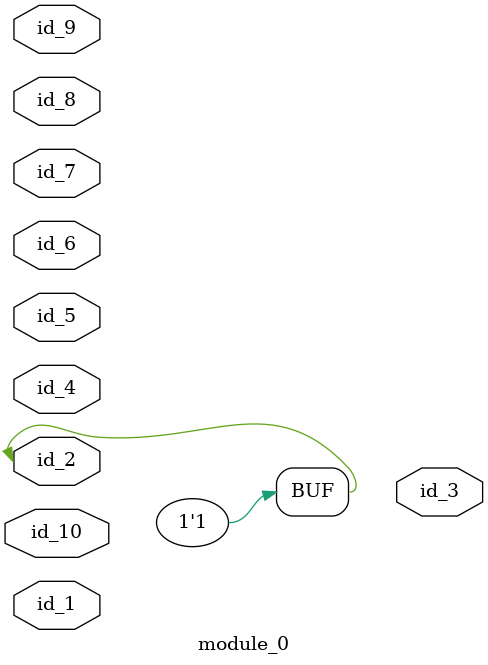
<source format=v>
module module_0 (
    id_1,
    id_2,
    id_3,
    id_4,
    id_5,
    id_6,
    id_7,
    id_8,
    id_9,
    id_10
);
  input wire id_10;
  input wire id_9;
  inout wire id_8;
  inout wire id_7;
  inout wire id_6;
  input wire id_5;
  inout wire id_4;
  output wire id_3;
  inout wire id_2;
  input wire id_1;
  assign id_2 = 1;
endmodule
module module_1;
  wire id_1;
  module_0 modCall_1 (
      id_1,
      id_1,
      id_1,
      id_1,
      id_1,
      id_1,
      id_1,
      id_1,
      id_1,
      id_1
  );
  wire id_2;
  assign id_1 = id_1;
  wire id_3;
endmodule

</source>
